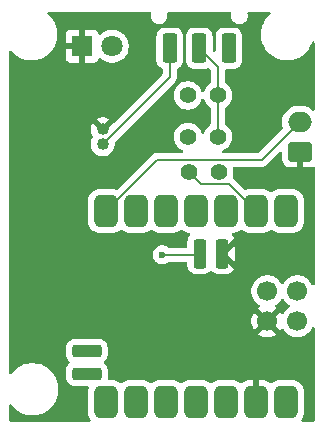
<source format=gtl>
G04 #@! TF.GenerationSoftware,KiCad,Pcbnew,9.0.2*
G04 #@! TF.CreationDate,2025-07-14T22:28:57-04:00*
G04 #@! TF.ProjectId,boitier_arme,626f6974-6965-4725-9f61-726d652e6b69,rev?*
G04 #@! TF.SameCoordinates,Original*
G04 #@! TF.FileFunction,Copper,L1,Top*
G04 #@! TF.FilePolarity,Positive*
%FSLAX46Y46*%
G04 Gerber Fmt 4.6, Leading zero omitted, Abs format (unit mm)*
G04 Created by KiCad (PCBNEW 9.0.2) date 2025-07-14 22:28:57*
%MOMM*%
%LPD*%
G01*
G04 APERTURE LIST*
G04 Aperture macros list*
%AMRoundRect*
0 Rectangle with rounded corners*
0 $1 Rounding radius*
0 $2 $3 $4 $5 $6 $7 $8 $9 X,Y pos of 4 corners*
0 Add a 4 corners polygon primitive as box body*
4,1,4,$2,$3,$4,$5,$6,$7,$8,$9,$2,$3,0*
0 Add four circle primitives for the rounded corners*
1,1,$1+$1,$2,$3*
1,1,$1+$1,$4,$5*
1,1,$1+$1,$6,$7*
1,1,$1+$1,$8,$9*
0 Add four rect primitives between the rounded corners*
20,1,$1+$1,$2,$3,$4,$5,0*
20,1,$1+$1,$4,$5,$6,$7,0*
20,1,$1+$1,$6,$7,$8,$9,0*
20,1,$1+$1,$8,$9,$2,$3,0*%
G04 Aperture macros list end*
G04 #@! TA.AperFunction,ComponentPad*
%ADD10C,1.016000*%
G04 #@! TD*
G04 #@! TA.AperFunction,ComponentPad*
%ADD11C,1.400000*%
G04 #@! TD*
G04 #@! TA.AperFunction,ComponentPad*
%ADD12RoundRect,0.250000X0.750000X-0.600000X0.750000X0.600000X-0.750000X0.600000X-0.750000X-0.600000X0*%
G04 #@! TD*
G04 #@! TA.AperFunction,ComponentPad*
%ADD13O,2.000000X1.700000*%
G04 #@! TD*
G04 #@! TA.AperFunction,ComponentPad*
%ADD14R,1.800000X1.800000*%
G04 #@! TD*
G04 #@! TA.AperFunction,ComponentPad*
%ADD15C,1.800000*%
G04 #@! TD*
G04 #@! TA.AperFunction,SMDPad,CuDef*
%ADD16RoundRect,0.250000X0.375000X1.000000X-0.375000X1.000000X-0.375000X-1.000000X0.375000X-1.000000X0*%
G04 #@! TD*
G04 #@! TA.AperFunction,SMDPad,CuDef*
%ADD17RoundRect,0.500000X-0.500000X0.875000X-0.500000X-0.875000X0.500000X-0.875000X0.500000X0.875000X0*%
G04 #@! TD*
G04 #@! TA.AperFunction,SMDPad,CuDef*
%ADD18RoundRect,0.275000X0.275000X-0.975000X0.275000X0.975000X-0.275000X0.975000X-0.275000X-0.975000X0*%
G04 #@! TD*
G04 #@! TA.AperFunction,SMDPad,CuDef*
%ADD19RoundRect,0.275000X0.975000X0.275000X-0.975000X0.275000X-0.975000X-0.275000X0.975000X-0.275000X0*%
G04 #@! TD*
G04 #@! TA.AperFunction,SMDPad,CuDef*
%ADD20C,1.700000*%
G04 #@! TD*
G04 #@! TA.AperFunction,ViaPad*
%ADD21C,0.600000*%
G04 #@! TD*
G04 #@! TA.AperFunction,Conductor*
%ADD22C,0.200000*%
G04 #@! TD*
G04 APERTURE END LIST*
D10*
G04 #@! TO.P,J2,1,1*
G04 #@! TO.N,Net-(J2-Pad1)*
X142490000Y-84120000D03*
G04 #@! TO.P,J2,2,2*
G04 #@! TO.N,GND*
X142490000Y-82870000D03*
G04 #@! TD*
D11*
G04 #@! TO.P,R5,1*
G04 #@! TO.N,/BAT_level*
X149780000Y-86500000D03*
G04 #@! TO.P,R5,2*
G04 #@! TO.N,GND*
X152320000Y-86500000D03*
G04 #@! TD*
G04 #@! TO.P,R4,1*
G04 #@! TO.N,/BAT+*
X152220000Y-80000000D03*
G04 #@! TO.P,R4,2*
G04 #@! TO.N,/BAT_level*
X149680000Y-80000000D03*
G04 #@! TD*
G04 #@! TO.P,R3,1*
G04 #@! TO.N,/BAT+*
X152220000Y-83500000D03*
G04 #@! TO.P,R3,2*
G04 #@! TO.N,Net-(D2-A)*
X149680000Y-83500000D03*
G04 #@! TD*
D12*
G04 #@! TO.P,J1,1,Pin_1*
G04 #@! TO.N,GND*
X159150000Y-84750000D03*
D13*
G04 #@! TO.P,J1,2,Pin_2*
G04 #@! TO.N,/Push*
X159150000Y-82250000D03*
G04 #@! TD*
D14*
G04 #@! TO.P,D2,1,K*
G04 #@! TO.N,GND*
X140740000Y-75830000D03*
D15*
G04 #@! TO.P,D2,2,A*
G04 #@! TO.N,Net-(D2-A)*
X143280000Y-75830000D03*
G04 #@! TD*
D16*
G04 #@! TO.P,S1,1*
G04 #@! TO.N,unconnected-(S1-Pad1)*
X153150000Y-76010000D03*
G04 #@! TO.P,S1,2*
G04 #@! TO.N,/BAT+*
X150650000Y-76010000D03*
G04 #@! TO.P,S1,3*
G04 #@! TO.N,Net-(J2-Pad1)*
X148150000Y-76010000D03*
G04 #@! TD*
D17*
G04 #@! TO.P,U1,1,P0.02_A0_D0*
G04 #@! TO.N,unconnected-(U1-P0.02_A0_D0-Pad1)*
X158000000Y-89790000D03*
G04 #@! TO.P,U1,2,P0.03_A1_D1*
G04 #@! TO.N,/BAT_level*
X155460000Y-89790000D03*
G04 #@! TO.P,U1,3,P0.28_A2_D2*
G04 #@! TO.N,unconnected-(U1-P0.28_A2_D2-Pad3)*
X152920000Y-89790000D03*
G04 #@! TO.P,U1,4,P0.29_A3_D3*
G04 #@! TO.N,unconnected-(U1-P0.29_A3_D3-Pad4)*
X150380000Y-89790000D03*
G04 #@! TO.P,U1,5,P0.04_A4_D4_SDA*
G04 #@! TO.N,unconnected-(U1-P0.04_A4_D4_SDA-Pad5)*
X147840000Y-89790000D03*
G04 #@! TO.P,U1,6,P0.05_A5_D5_SCL*
G04 #@! TO.N,unconnected-(U1-P0.05_A5_D5_SCL-Pad6)*
X145300000Y-89790000D03*
G04 #@! TO.P,U1,7,P1.11_D6_TX*
G04 #@! TO.N,/Push*
X142760000Y-89790000D03*
G04 #@! TO.P,U1,8,P1.12_D7_RX*
G04 #@! TO.N,unconnected-(U1-P1.12_D7_RX-Pad8)*
X142760000Y-105955000D03*
G04 #@! TO.P,U1,9,P1.13_D8_SCK*
G04 #@! TO.N,unconnected-(U1-P1.13_D8_SCK-Pad9)*
X145300000Y-105955000D03*
G04 #@! TO.P,U1,10,P1.14_D9_MISO*
G04 #@! TO.N,unconnected-(U1-P1.14_D9_MISO-Pad10)*
X147840000Y-105955000D03*
G04 #@! TO.P,U1,11,P1.15_D10_MOSI*
G04 #@! TO.N,unconnected-(U1-P1.15_D10_MOSI-Pad11)*
X150380000Y-105955000D03*
G04 #@! TO.P,U1,12,3V3*
G04 #@! TO.N,unconnected-(U1-3V3-Pad12)*
X152920000Y-105955000D03*
G04 #@! TO.P,U1,13,GND*
G04 #@! TO.N,GND*
X155460000Y-105955000D03*
G04 #@! TO.P,U1,14,5V*
G04 #@! TO.N,unconnected-(U1-5V-Pad14)*
X158000000Y-105955000D03*
D18*
G04 #@! TO.P,U1,15,BAT*
G04 #@! TO.N,/BAT+*
X150693500Y-93400000D03*
G04 #@! TO.P,U1,16,GND*
G04 #@! TO.N,GND*
X152598500Y-93400000D03*
D19*
G04 #@! TO.P,U1,17,NFC1*
G04 #@! TO.N,unconnected-(U1-NFC1-Pad17)*
X141143100Y-101655000D03*
G04 #@! TO.P,U1,18,NFC2*
G04 #@! TO.N,unconnected-(U1-NFC2-Pad18)*
X141143100Y-103560000D03*
D20*
G04 #@! TO.P,U1,19,PA31_SWDIO*
G04 #@! TO.N,unconnected-(U1-PA31_SWDIO-Pad19)*
X158948500Y-96575000D03*
G04 #@! TO.P,U1,20,PA30_SWCLK*
G04 #@! TO.N,unconnected-(U1-PA30_SWCLK-Pad20)*
X158948500Y-99115000D03*
G04 #@! TO.P,U1,21,RESET*
G04 #@! TO.N,unconnected-(U1-RESET-Pad21)*
X156408500Y-96575000D03*
G04 #@! TO.P,U1,22,GND*
G04 #@! TO.N,GND*
X156408500Y-99115000D03*
G04 #@! TD*
D21*
G04 #@! TO.N,/BAT+*
X147500000Y-93500000D03*
G04 #@! TD*
D22*
G04 #@! TO.N,/Push*
X147095000Y-85455000D02*
X155945000Y-85455000D01*
X142760000Y-89790000D02*
X147095000Y-85455000D01*
X155945000Y-85455000D02*
X159150000Y-82250000D01*
G04 #@! TO.N,/BAT+*
X152220000Y-80000000D02*
X152510000Y-80000000D01*
X152220000Y-77580000D02*
X150650000Y-76010000D01*
X147510000Y-93510000D02*
X147500000Y-93500000D01*
X152220000Y-80000000D02*
X152220000Y-83500000D01*
X150418500Y-93510000D02*
X147510000Y-93510000D01*
X150693500Y-93785000D02*
X150418500Y-93510000D01*
X150650000Y-76730000D02*
X150650000Y-76010000D01*
X152220000Y-80000000D02*
X152220000Y-77580000D01*
G04 #@! TO.N,/BAT_level*
X149780000Y-86500000D02*
X150781000Y-87501000D01*
X150781000Y-87501000D02*
X153171000Y-87501000D01*
X153171000Y-87501000D02*
X155460000Y-89790000D01*
G04 #@! TO.N,Net-(J2-Pad1)*
X148150000Y-78460000D02*
X148150000Y-76010000D01*
X142490000Y-84120000D02*
X148150000Y-78460000D01*
G04 #@! TD*
G04 #@! TA.AperFunction,Conductor*
G04 #@! TO.N,GND*
G36*
X146521241Y-72930185D02*
G01*
X146566996Y-72982989D01*
X146576940Y-73052147D01*
X146575819Y-73058692D01*
X146549500Y-73191004D01*
X146549500Y-73191007D01*
X146549500Y-73328993D01*
X146549500Y-73328995D01*
X146549499Y-73328995D01*
X146576418Y-73464322D01*
X146576421Y-73464332D01*
X146629221Y-73591804D01*
X146629228Y-73591817D01*
X146705885Y-73706541D01*
X146705888Y-73706545D01*
X146803454Y-73804111D01*
X146803458Y-73804114D01*
X146918182Y-73880771D01*
X146918195Y-73880778D01*
X147045667Y-73933578D01*
X147045672Y-73933580D01*
X147045676Y-73933580D01*
X147045677Y-73933581D01*
X147181004Y-73960500D01*
X147181007Y-73960500D01*
X147318995Y-73960500D01*
X147410041Y-73942389D01*
X147454328Y-73933580D01*
X147581811Y-73880775D01*
X147696542Y-73804114D01*
X147794114Y-73706542D01*
X147870775Y-73591811D01*
X147923580Y-73464328D01*
X147932572Y-73419123D01*
X147950500Y-73328995D01*
X147950500Y-73191004D01*
X147924181Y-73058692D01*
X147930408Y-72989100D01*
X147973271Y-72933923D01*
X148039161Y-72910678D01*
X148045798Y-72910500D01*
X153254202Y-72910500D01*
X153321241Y-72930185D01*
X153366996Y-72982989D01*
X153376940Y-73052147D01*
X153375819Y-73058692D01*
X153349500Y-73191004D01*
X153349500Y-73191007D01*
X153349500Y-73328993D01*
X153349500Y-73328995D01*
X153349499Y-73328995D01*
X153376418Y-73464322D01*
X153376421Y-73464332D01*
X153429221Y-73591804D01*
X153429228Y-73591817D01*
X153505885Y-73706541D01*
X153505888Y-73706545D01*
X153603454Y-73804111D01*
X153603458Y-73804114D01*
X153718182Y-73880771D01*
X153718195Y-73880778D01*
X153845667Y-73933578D01*
X153845672Y-73933580D01*
X153845676Y-73933580D01*
X153845677Y-73933581D01*
X153981004Y-73960500D01*
X153981007Y-73960500D01*
X154118995Y-73960500D01*
X154210041Y-73942389D01*
X154254328Y-73933580D01*
X154381811Y-73880775D01*
X154496542Y-73804114D01*
X154594114Y-73706542D01*
X154670775Y-73591811D01*
X154723580Y-73464328D01*
X154732572Y-73419123D01*
X154750500Y-73328995D01*
X154750500Y-73191004D01*
X154724181Y-73058692D01*
X154730408Y-72989100D01*
X154773271Y-72933923D01*
X154839161Y-72910678D01*
X154845798Y-72910500D01*
X156588498Y-72910500D01*
X156655537Y-72930185D01*
X156701292Y-72982989D01*
X156711236Y-73052147D01*
X156682211Y-73115703D01*
X156663985Y-73132876D01*
X156625990Y-73162030D01*
X156422030Y-73365990D01*
X156422024Y-73365997D01*
X156246431Y-73594835D01*
X156246420Y-73594851D01*
X156102199Y-73844647D01*
X156102191Y-73844663D01*
X155991814Y-74111139D01*
X155991810Y-74111152D01*
X155991809Y-74111155D01*
X155934460Y-74325187D01*
X155917152Y-74389780D01*
X155917149Y-74389793D01*
X155879501Y-74675761D01*
X155879500Y-74675778D01*
X155879500Y-74964221D01*
X155879501Y-74964238D01*
X155917149Y-75250206D01*
X155917150Y-75250211D01*
X155917151Y-75250217D01*
X155984275Y-75500726D01*
X155991809Y-75528844D01*
X155991814Y-75528860D01*
X156102191Y-75795336D01*
X156102199Y-75795352D01*
X156229477Y-76015802D01*
X156246424Y-76045155D01*
X156246431Y-76045164D01*
X156422024Y-76274002D01*
X156422030Y-76274009D01*
X156625990Y-76477969D01*
X156625996Y-76477974D01*
X156854844Y-76653575D01*
X156854851Y-76653579D01*
X157104647Y-76797800D01*
X157104663Y-76797808D01*
X157371139Y-76908185D01*
X157371145Y-76908186D01*
X157371155Y-76908191D01*
X157649783Y-76982849D01*
X157935772Y-77020500D01*
X157935779Y-77020500D01*
X158224221Y-77020500D01*
X158224228Y-77020500D01*
X158510217Y-76982849D01*
X158788845Y-76908191D01*
X158788857Y-76908185D01*
X158788860Y-76908185D01*
X159055336Y-76797808D01*
X159055339Y-76797806D01*
X159055345Y-76797804D01*
X159305156Y-76653575D01*
X159534004Y-76477974D01*
X159737974Y-76274004D01*
X159913575Y-76045156D01*
X160057804Y-75795345D01*
X160115396Y-75656306D01*
X160168185Y-75528860D01*
X160168185Y-75528857D01*
X160168191Y-75528845D01*
X160175725Y-75500724D01*
X160212090Y-75441065D01*
X160274937Y-75410536D01*
X160344312Y-75418831D01*
X160398190Y-75463316D01*
X160419465Y-75529868D01*
X160419500Y-75532819D01*
X160419500Y-81160242D01*
X160399815Y-81227281D01*
X160347011Y-81273036D01*
X160277853Y-81282980D01*
X160214297Y-81253955D01*
X160207819Y-81247923D01*
X160179786Y-81219890D01*
X160007820Y-81094951D01*
X159818414Y-80998444D01*
X159818413Y-80998443D01*
X159818412Y-80998443D01*
X159616243Y-80932754D01*
X159616241Y-80932753D01*
X159616240Y-80932753D01*
X159454957Y-80907208D01*
X159406287Y-80899500D01*
X158893713Y-80899500D01*
X158845042Y-80907208D01*
X158683760Y-80932753D01*
X158481585Y-80998444D01*
X158292179Y-81094951D01*
X158120213Y-81219890D01*
X157969890Y-81370213D01*
X157844951Y-81542179D01*
X157748444Y-81731585D01*
X157682753Y-81933760D01*
X157649500Y-82143713D01*
X157649500Y-82356286D01*
X157682753Y-82566240D01*
X157733277Y-82721737D01*
X157735272Y-82791578D01*
X157703027Y-82847736D01*
X155732584Y-84818181D01*
X155671261Y-84851666D01*
X155644903Y-84854500D01*
X152719081Y-84854500D01*
X152652042Y-84834815D01*
X152606287Y-84782011D01*
X152596343Y-84712853D01*
X152625368Y-84649297D01*
X152676694Y-84615266D01*
X152676339Y-84614408D01*
X152680736Y-84612586D01*
X152680762Y-84612569D01*
X152680832Y-84612547D01*
X152849199Y-84526760D01*
X153002073Y-84415690D01*
X153135690Y-84282073D01*
X153246760Y-84129199D01*
X153332547Y-83960832D01*
X153390940Y-83781118D01*
X153395184Y-83754323D01*
X153420500Y-83594486D01*
X153420500Y-83405513D01*
X153390940Y-83218881D01*
X153332545Y-83039163D01*
X153246759Y-82870800D01*
X153230002Y-82847736D01*
X153135690Y-82717927D01*
X153002073Y-82584310D01*
X152908667Y-82516446D01*
X152871614Y-82489525D01*
X152828948Y-82434194D01*
X152820500Y-82389207D01*
X152820500Y-81110791D01*
X152840185Y-81043752D01*
X152871612Y-81010475D01*
X153002073Y-80915690D01*
X153135690Y-80782073D01*
X153246760Y-80629199D01*
X153332547Y-80460832D01*
X153390940Y-80281118D01*
X153395184Y-80254323D01*
X153420500Y-80094486D01*
X153420500Y-79905513D01*
X153390940Y-79718881D01*
X153332545Y-79539163D01*
X153246759Y-79370800D01*
X153135690Y-79217927D01*
X153002073Y-79084310D01*
X152957649Y-79052034D01*
X152871614Y-78989525D01*
X152828948Y-78934194D01*
X152820500Y-78889207D01*
X152820500Y-77884499D01*
X152840185Y-77817460D01*
X152892989Y-77771705D01*
X152944500Y-77760499D01*
X153575002Y-77760499D01*
X153575008Y-77760499D01*
X153677797Y-77749999D01*
X153844334Y-77694814D01*
X153993656Y-77602712D01*
X154117712Y-77478656D01*
X154209814Y-77329334D01*
X154264999Y-77162797D01*
X154275500Y-77060009D01*
X154275499Y-74959992D01*
X154264999Y-74857203D01*
X154209814Y-74690666D01*
X154117712Y-74541344D01*
X153993656Y-74417288D01*
X153844334Y-74325186D01*
X153677797Y-74270001D01*
X153677795Y-74270000D01*
X153575010Y-74259500D01*
X152724998Y-74259500D01*
X152724980Y-74259501D01*
X152622203Y-74270000D01*
X152622200Y-74270001D01*
X152455668Y-74325185D01*
X152455663Y-74325187D01*
X152306342Y-74417289D01*
X152182289Y-74541342D01*
X152090187Y-74690663D01*
X152090185Y-74690668D01*
X152066630Y-74761752D01*
X152035001Y-74857203D01*
X152035001Y-74857204D01*
X152035000Y-74857204D01*
X152024500Y-74959983D01*
X152024500Y-76235903D01*
X152018261Y-76257148D01*
X152016682Y-76279237D01*
X152008609Y-76290020D01*
X152004815Y-76302942D01*
X151988081Y-76317441D01*
X151974810Y-76335170D01*
X151962189Y-76339877D01*
X151952011Y-76348697D01*
X151930093Y-76351848D01*
X151909346Y-76359587D01*
X151896185Y-76356724D01*
X151882853Y-76358641D01*
X151862709Y-76349441D01*
X151841073Y-76344735D01*
X151823347Y-76331466D01*
X151819297Y-76329616D01*
X151812819Y-76323584D01*
X151811818Y-76322583D01*
X151778333Y-76261260D01*
X151775499Y-76234902D01*
X151775499Y-74959998D01*
X151775498Y-74959981D01*
X151764999Y-74857203D01*
X151764998Y-74857200D01*
X151759569Y-74840816D01*
X151709814Y-74690666D01*
X151617712Y-74541344D01*
X151493656Y-74417288D01*
X151344334Y-74325186D01*
X151177797Y-74270001D01*
X151177795Y-74270000D01*
X151075010Y-74259500D01*
X150224998Y-74259500D01*
X150224980Y-74259501D01*
X150122203Y-74270000D01*
X150122200Y-74270001D01*
X149955668Y-74325185D01*
X149955663Y-74325187D01*
X149806342Y-74417289D01*
X149682289Y-74541342D01*
X149590187Y-74690663D01*
X149590185Y-74690668D01*
X149566630Y-74761752D01*
X149535001Y-74857203D01*
X149535001Y-74857204D01*
X149535000Y-74857204D01*
X149524500Y-74959983D01*
X149524500Y-77060001D01*
X149524501Y-77060018D01*
X149535000Y-77162796D01*
X149535001Y-77162799D01*
X149590185Y-77329331D01*
X149590186Y-77329334D01*
X149682288Y-77478656D01*
X149806344Y-77602712D01*
X149955666Y-77694814D01*
X150122203Y-77749999D01*
X150224991Y-77760500D01*
X151075008Y-77760499D01*
X151075016Y-77760498D01*
X151075019Y-77760498D01*
X151131302Y-77754748D01*
X151177797Y-77749999D01*
X151344334Y-77694814D01*
X151345814Y-77693901D01*
X151348245Y-77692402D01*
X151376782Y-77684593D01*
X151404497Y-77674256D01*
X151410102Y-77675475D01*
X151415637Y-77673961D01*
X151443864Y-77682819D01*
X151472770Y-77689108D01*
X151479173Y-77693901D01*
X151482301Y-77694883D01*
X151501024Y-77710259D01*
X151583181Y-77792416D01*
X151616666Y-77853739D01*
X151619500Y-77880097D01*
X151619500Y-78889207D01*
X151599815Y-78956246D01*
X151568386Y-78989525D01*
X151437925Y-79084311D01*
X151304312Y-79217924D01*
X151304312Y-79217925D01*
X151304310Y-79217927D01*
X151256610Y-79283579D01*
X151193240Y-79370800D01*
X151107454Y-79539163D01*
X151067931Y-79660803D01*
X151028493Y-79718478D01*
X150964134Y-79745676D01*
X150895288Y-79733761D01*
X150843812Y-79686516D01*
X150832069Y-79660803D01*
X150792545Y-79539163D01*
X150706759Y-79370800D01*
X150595690Y-79217927D01*
X150462073Y-79084310D01*
X150309199Y-78973240D01*
X150280500Y-78958617D01*
X150140836Y-78887454D01*
X149961118Y-78829059D01*
X149774486Y-78799500D01*
X149774481Y-78799500D01*
X149585519Y-78799500D01*
X149585514Y-78799500D01*
X149398881Y-78829059D01*
X149219163Y-78887454D01*
X149050800Y-78973240D01*
X148963579Y-79036610D01*
X148897927Y-79084310D01*
X148897925Y-79084312D01*
X148897924Y-79084312D01*
X148764312Y-79217924D01*
X148764312Y-79217925D01*
X148764310Y-79217927D01*
X148716610Y-79283579D01*
X148653240Y-79370800D01*
X148567454Y-79539163D01*
X148509059Y-79718881D01*
X148479500Y-79905513D01*
X148479500Y-80094486D01*
X148509059Y-80281118D01*
X148567454Y-80460836D01*
X148653240Y-80629199D01*
X148764310Y-80782073D01*
X148897927Y-80915690D01*
X149050801Y-81026760D01*
X149084150Y-81043752D01*
X149219163Y-81112545D01*
X149219165Y-81112545D01*
X149219168Y-81112547D01*
X149315497Y-81143846D01*
X149398881Y-81170940D01*
X149585514Y-81200500D01*
X149585519Y-81200500D01*
X149774486Y-81200500D01*
X149961118Y-81170940D01*
X150140832Y-81112547D01*
X150309199Y-81026760D01*
X150462073Y-80915690D01*
X150595690Y-80782073D01*
X150706760Y-80629199D01*
X150792547Y-80460832D01*
X150832069Y-80339195D01*
X150871507Y-80281521D01*
X150935866Y-80254323D01*
X151004712Y-80266238D01*
X151056188Y-80313482D01*
X151067931Y-80339196D01*
X151107454Y-80460836D01*
X151193240Y-80629199D01*
X151304310Y-80782073D01*
X151437927Y-80915690D01*
X151568386Y-81010474D01*
X151611051Y-81065803D01*
X151619500Y-81110791D01*
X151619500Y-82389207D01*
X151599815Y-82456246D01*
X151568386Y-82489525D01*
X151437925Y-82584311D01*
X151304312Y-82717924D01*
X151304312Y-82717925D01*
X151304310Y-82717927D01*
X151301542Y-82721737D01*
X151193240Y-82870800D01*
X151107454Y-83039163D01*
X151067931Y-83160803D01*
X151028493Y-83218478D01*
X150964134Y-83245676D01*
X150895288Y-83233761D01*
X150843812Y-83186516D01*
X150832069Y-83160803D01*
X150792545Y-83039163D01*
X150706759Y-82870800D01*
X150690002Y-82847736D01*
X150595690Y-82717927D01*
X150462073Y-82584310D01*
X150309199Y-82473240D01*
X150280500Y-82458617D01*
X150140836Y-82387454D01*
X149961118Y-82329059D01*
X149774486Y-82299500D01*
X149774481Y-82299500D01*
X149585519Y-82299500D01*
X149585514Y-82299500D01*
X149398881Y-82329059D01*
X149219163Y-82387454D01*
X149050800Y-82473240D01*
X148991333Y-82516446D01*
X148897927Y-82584310D01*
X148897925Y-82584312D01*
X148897924Y-82584312D01*
X148764312Y-82717924D01*
X148764312Y-82717925D01*
X148764310Y-82717927D01*
X148761542Y-82721737D01*
X148653240Y-82870800D01*
X148567454Y-83039163D01*
X148509059Y-83218881D01*
X148479500Y-83405513D01*
X148479500Y-83594486D01*
X148509059Y-83781118D01*
X148567454Y-83960836D01*
X148597942Y-84020671D01*
X148653240Y-84129199D01*
X148764310Y-84282073D01*
X148897927Y-84415690D01*
X149050801Y-84526760D01*
X149219168Y-84612547D01*
X149219237Y-84612569D01*
X149219261Y-84612585D01*
X149223661Y-84614408D01*
X149223278Y-84615332D01*
X149276911Y-84652005D01*
X149304110Y-84716363D01*
X149292197Y-84785209D01*
X149244954Y-84836686D01*
X149180919Y-84854500D01*
X147181670Y-84854500D01*
X147181654Y-84854499D01*
X147174058Y-84854499D01*
X147015943Y-84854499D01*
X146884394Y-84889748D01*
X146863211Y-84895424D01*
X146726287Y-84974477D01*
X146726282Y-84974481D01*
X143752015Y-87948747D01*
X143690692Y-87982232D01*
X143630223Y-87980282D01*
X143553198Y-87958243D01*
X143437418Y-87925114D01*
X143437415Y-87925113D01*
X143437413Y-87925113D01*
X143371102Y-87919217D01*
X143318037Y-87914500D01*
X143318032Y-87914500D01*
X142201971Y-87914500D01*
X142201965Y-87914500D01*
X142201964Y-87914501D01*
X142190316Y-87915536D01*
X142082584Y-87925113D01*
X141886954Y-87981089D01*
X141830051Y-88010813D01*
X141706593Y-88075302D01*
X141706591Y-88075303D01*
X141706590Y-88075304D01*
X141548890Y-88203890D01*
X141420304Y-88361590D01*
X141326089Y-88541954D01*
X141270114Y-88737583D01*
X141270113Y-88737586D01*
X141259500Y-88856966D01*
X141259500Y-90723028D01*
X141259501Y-90723034D01*
X141270113Y-90842415D01*
X141326089Y-91038045D01*
X141326090Y-91038048D01*
X141326091Y-91038049D01*
X141420302Y-91218407D01*
X141420304Y-91218409D01*
X141548890Y-91376109D01*
X141642803Y-91452684D01*
X141706593Y-91504698D01*
X141886951Y-91598909D01*
X142082582Y-91654886D01*
X142201963Y-91665500D01*
X143318036Y-91665499D01*
X143437418Y-91654886D01*
X143633049Y-91598909D01*
X143813407Y-91504698D01*
X143951640Y-91391983D01*
X144016035Y-91364875D01*
X144084865Y-91376884D01*
X144108357Y-91391981D01*
X144246593Y-91504698D01*
X144426951Y-91598909D01*
X144622582Y-91654886D01*
X144741963Y-91665500D01*
X145858036Y-91665499D01*
X145977418Y-91654886D01*
X146173049Y-91598909D01*
X146353407Y-91504698D01*
X146491640Y-91391983D01*
X146556035Y-91364875D01*
X146624865Y-91376884D01*
X146648357Y-91391981D01*
X146786593Y-91504698D01*
X146966951Y-91598909D01*
X147162582Y-91654886D01*
X147281963Y-91665500D01*
X148398036Y-91665499D01*
X148517418Y-91654886D01*
X148713049Y-91598909D01*
X148893407Y-91504698D01*
X149031640Y-91391983D01*
X149096035Y-91364875D01*
X149164865Y-91376884D01*
X149188357Y-91391981D01*
X149326593Y-91504698D01*
X149506951Y-91598909D01*
X149702582Y-91654886D01*
X149795717Y-91663166D01*
X149860749Y-91688710D01*
X149901648Y-91745358D01*
X149905428Y-91815126D01*
X149872417Y-91874360D01*
X149808352Y-91938425D01*
X149715377Y-92086395D01*
X149657659Y-92251341D01*
X149657657Y-92251351D01*
X149643000Y-92381441D01*
X149643000Y-92785500D01*
X149623315Y-92852539D01*
X149570511Y-92898294D01*
X149519000Y-92909500D01*
X148092783Y-92909500D01*
X148025744Y-92889815D01*
X148014118Y-92881353D01*
X148010289Y-92878210D01*
X147879185Y-92790609D01*
X147879172Y-92790602D01*
X147733501Y-92730264D01*
X147733489Y-92730261D01*
X147578845Y-92699500D01*
X147578842Y-92699500D01*
X147421158Y-92699500D01*
X147421155Y-92699500D01*
X147266510Y-92730261D01*
X147266498Y-92730264D01*
X147120827Y-92790602D01*
X147120814Y-92790609D01*
X146989711Y-92878210D01*
X146989707Y-92878213D01*
X146878213Y-92989707D01*
X146878210Y-92989711D01*
X146790609Y-93120814D01*
X146790602Y-93120827D01*
X146730264Y-93266498D01*
X146730261Y-93266510D01*
X146699500Y-93421153D01*
X146699500Y-93578846D01*
X146730261Y-93733489D01*
X146730264Y-93733501D01*
X146790602Y-93879172D01*
X146790609Y-93879185D01*
X146878210Y-94010288D01*
X146878213Y-94010292D01*
X146989707Y-94121786D01*
X146989711Y-94121789D01*
X147120814Y-94209390D01*
X147120827Y-94209397D01*
X147266498Y-94269735D01*
X147266503Y-94269737D01*
X147421153Y-94300499D01*
X147421156Y-94300500D01*
X147421158Y-94300500D01*
X147578844Y-94300500D01*
X147578845Y-94300499D01*
X147733497Y-94269737D01*
X147879179Y-94209394D01*
X147918697Y-94182989D01*
X147995909Y-94131398D01*
X148062587Y-94110520D01*
X148064800Y-94110500D01*
X149519000Y-94110500D01*
X149586039Y-94130185D01*
X149631794Y-94182989D01*
X149643000Y-94234500D01*
X149643000Y-94418558D01*
X149657657Y-94548648D01*
X149657659Y-94548657D01*
X149715378Y-94713606D01*
X149808353Y-94861576D01*
X149931924Y-94985147D01*
X150079894Y-95078122D01*
X150244843Y-95135841D01*
X150244849Y-95135841D01*
X150244851Y-95135842D01*
X150286250Y-95140506D01*
X150374942Y-95150499D01*
X150374945Y-95150500D01*
X150374948Y-95150500D01*
X151012055Y-95150500D01*
X151012056Y-95150499D01*
X151142157Y-95135841D01*
X151307106Y-95078122D01*
X151455076Y-94985147D01*
X151558675Y-94881547D01*
X151619994Y-94848065D01*
X151689686Y-94853049D01*
X151734034Y-94881550D01*
X151837237Y-94984753D01*
X151985113Y-95077669D01*
X152149960Y-95135351D01*
X152279969Y-95149999D01*
X152279973Y-95150000D01*
X152917027Y-95150000D01*
X152917030Y-95149999D01*
X153047039Y-95135351D01*
X153211886Y-95077669D01*
X153359762Y-94984753D01*
X153483253Y-94861262D01*
X153483255Y-94861259D01*
X153569286Y-94724338D01*
X152509405Y-93664457D01*
X152475920Y-93603134D01*
X152480904Y-93533442D01*
X152509405Y-93489095D01*
X152598500Y-93400000D01*
X152598499Y-93399999D01*
X152952052Y-93399999D01*
X152952052Y-93400000D01*
X153648499Y-94096448D01*
X153648500Y-94096447D01*
X153648500Y-92703552D01*
X153648499Y-92703551D01*
X152952052Y-93399999D01*
X152598499Y-93399999D01*
X152509404Y-93310904D01*
X152475919Y-93249581D01*
X152480903Y-93179889D01*
X152509404Y-93135542D01*
X153569287Y-92075659D01*
X153483256Y-91938740D01*
X153419586Y-91875070D01*
X153386101Y-91813747D01*
X153391085Y-91744055D01*
X153432957Y-91688122D01*
X153496285Y-91663876D01*
X153597418Y-91654886D01*
X153793049Y-91598909D01*
X153973407Y-91504698D01*
X154111640Y-91391983D01*
X154176035Y-91364875D01*
X154244865Y-91376884D01*
X154268357Y-91391981D01*
X154406593Y-91504698D01*
X154586951Y-91598909D01*
X154782582Y-91654886D01*
X154901963Y-91665500D01*
X156018036Y-91665499D01*
X156137418Y-91654886D01*
X156333049Y-91598909D01*
X156513407Y-91504698D01*
X156651640Y-91391983D01*
X156716035Y-91364875D01*
X156784865Y-91376884D01*
X156808357Y-91391981D01*
X156946593Y-91504698D01*
X157126951Y-91598909D01*
X157322582Y-91654886D01*
X157441963Y-91665500D01*
X158558036Y-91665499D01*
X158677418Y-91654886D01*
X158873049Y-91598909D01*
X159053407Y-91504698D01*
X159211109Y-91376109D01*
X159339698Y-91218407D01*
X159433909Y-91038049D01*
X159489886Y-90842418D01*
X159500500Y-90723037D01*
X159500499Y-88856964D01*
X159489886Y-88737582D01*
X159433909Y-88541951D01*
X159339698Y-88361593D01*
X159270000Y-88276115D01*
X159211109Y-88203890D01*
X159053409Y-88075304D01*
X159053410Y-88075304D01*
X159053407Y-88075302D01*
X158873049Y-87981091D01*
X158873048Y-87981090D01*
X158873045Y-87981089D01*
X158755829Y-87947550D01*
X158677418Y-87925114D01*
X158677415Y-87925113D01*
X158677413Y-87925113D01*
X158611102Y-87919217D01*
X158558037Y-87914500D01*
X158558032Y-87914500D01*
X157441971Y-87914500D01*
X157441965Y-87914500D01*
X157441964Y-87914501D01*
X157430316Y-87915536D01*
X157322584Y-87925113D01*
X157126954Y-87981089D01*
X157070051Y-88010813D01*
X156946593Y-88075302D01*
X156946591Y-88075303D01*
X156946590Y-88075304D01*
X156808361Y-88188015D01*
X156743964Y-88215124D01*
X156675135Y-88203115D01*
X156651639Y-88188015D01*
X156513409Y-88075304D01*
X156513410Y-88075304D01*
X156513407Y-88075302D01*
X156333049Y-87981091D01*
X156333048Y-87981090D01*
X156333045Y-87981089D01*
X156215829Y-87947550D01*
X156137418Y-87925114D01*
X156137415Y-87925113D01*
X156137413Y-87925113D01*
X156071102Y-87919217D01*
X156018037Y-87914500D01*
X156018032Y-87914500D01*
X154901971Y-87914500D01*
X154901965Y-87914500D01*
X154901964Y-87914501D01*
X154890316Y-87915536D01*
X154782584Y-87925113D01*
X154589774Y-87980282D01*
X154519906Y-87979799D01*
X154467982Y-87948747D01*
X153660605Y-87141370D01*
X153651521Y-87132286D01*
X153651520Y-87132284D01*
X153539716Y-87020480D01*
X153508033Y-87002188D01*
X153498104Y-86993130D01*
X153486666Y-86974292D01*
X153471458Y-86958342D01*
X153468888Y-86945009D01*
X153461843Y-86933406D01*
X153462405Y-86911377D01*
X153458234Y-86889735D01*
X153463621Y-86863783D01*
X153463627Y-86863559D01*
X153463685Y-86863472D01*
X153463742Y-86863202D01*
X153490452Y-86780995D01*
X153520000Y-86594447D01*
X153520000Y-86405552D01*
X153490452Y-86218999D01*
X153490068Y-86217817D01*
X153490054Y-86217341D01*
X153489313Y-86214252D01*
X153489961Y-86214096D01*
X153488074Y-86147975D01*
X153524155Y-86088143D01*
X153586857Y-86057316D01*
X153608000Y-86055500D01*
X155858331Y-86055500D01*
X155858347Y-86055501D01*
X155865943Y-86055501D01*
X156024054Y-86055501D01*
X156024057Y-86055501D01*
X156176785Y-86014577D01*
X156226904Y-85985639D01*
X156313716Y-85935520D01*
X156425520Y-85823716D01*
X156425520Y-85823714D01*
X156435728Y-85813507D01*
X156435730Y-85813504D01*
X157438323Y-84810910D01*
X157499642Y-84777428D01*
X157569334Y-84782412D01*
X157625267Y-84824284D01*
X157649684Y-84889748D01*
X157650000Y-84898594D01*
X157650000Y-85399971D01*
X157650001Y-85399987D01*
X157660494Y-85502697D01*
X157715641Y-85669119D01*
X157715643Y-85669124D01*
X157807684Y-85818345D01*
X157931654Y-85942315D01*
X158080875Y-86034356D01*
X158080880Y-86034358D01*
X158247302Y-86089505D01*
X158247309Y-86089506D01*
X158350019Y-86099999D01*
X158899999Y-86099999D01*
X158900000Y-86099998D01*
X158900000Y-85183012D01*
X158957007Y-85215925D01*
X159084174Y-85250000D01*
X159215826Y-85250000D01*
X159342993Y-85215925D01*
X159400000Y-85183012D01*
X159400000Y-86099999D01*
X159949972Y-86099999D01*
X159949986Y-86099998D01*
X160052697Y-86089505D01*
X160219119Y-86034358D01*
X160219126Y-86034355D01*
X160230402Y-86027400D01*
X160297794Y-86008959D01*
X160364458Y-86029881D01*
X160409228Y-86083522D01*
X160419500Y-86132938D01*
X160419500Y-95970771D01*
X160399815Y-96037810D01*
X160347011Y-96083565D01*
X160277853Y-96093509D01*
X160214297Y-96064484D01*
X160185015Y-96027066D01*
X160133897Y-95926742D01*
X160103551Y-95867184D01*
X160095523Y-95856134D01*
X159978609Y-95695213D01*
X159828286Y-95544890D01*
X159656320Y-95419951D01*
X159466914Y-95323444D01*
X159466913Y-95323443D01*
X159466912Y-95323443D01*
X159264743Y-95257754D01*
X159264741Y-95257753D01*
X159264740Y-95257753D01*
X159103457Y-95232208D01*
X159054787Y-95224500D01*
X158842213Y-95224500D01*
X158793542Y-95232208D01*
X158632260Y-95257753D01*
X158430085Y-95323444D01*
X158240679Y-95419951D01*
X158068713Y-95544890D01*
X157918390Y-95695213D01*
X157793449Y-95867182D01*
X157788984Y-95875946D01*
X157741009Y-95926742D01*
X157673188Y-95943536D01*
X157607053Y-95920998D01*
X157568016Y-95875946D01*
X157563550Y-95867182D01*
X157438609Y-95695213D01*
X157288286Y-95544890D01*
X157116320Y-95419951D01*
X156926914Y-95323444D01*
X156926913Y-95323443D01*
X156926912Y-95323443D01*
X156724743Y-95257754D01*
X156724741Y-95257753D01*
X156724740Y-95257753D01*
X156563457Y-95232208D01*
X156514787Y-95224500D01*
X156302213Y-95224500D01*
X156253542Y-95232208D01*
X156092260Y-95257753D01*
X155890085Y-95323444D01*
X155700679Y-95419951D01*
X155528713Y-95544890D01*
X155378390Y-95695213D01*
X155253451Y-95867179D01*
X155156944Y-96056585D01*
X155091253Y-96258760D01*
X155058000Y-96468713D01*
X155058000Y-96681287D01*
X155091254Y-96891243D01*
X155150030Y-97072137D01*
X155156944Y-97093414D01*
X155253451Y-97282820D01*
X155378390Y-97454786D01*
X155528713Y-97605109D01*
X155700679Y-97730048D01*
X155700681Y-97730049D01*
X155700684Y-97730051D01*
X155709993Y-97734794D01*
X155760790Y-97782766D01*
X155777587Y-97850587D01*
X155755052Y-97916722D01*
X155710005Y-97955760D01*
X155700946Y-97960376D01*
X155700940Y-97960380D01*
X155646782Y-97999727D01*
X155646782Y-97999728D01*
X156408500Y-98761446D01*
X156408501Y-98761446D01*
X157170216Y-97999728D01*
X157116047Y-97960373D01*
X157116047Y-97960372D01*
X157107000Y-97955763D01*
X157056206Y-97907788D01*
X157039412Y-97839966D01*
X157061951Y-97773832D01*
X157107008Y-97734793D01*
X157116316Y-97730051D01*
X157195507Y-97672515D01*
X157288286Y-97605109D01*
X157288288Y-97605106D01*
X157288292Y-97605104D01*
X157438604Y-97454792D01*
X157438606Y-97454788D01*
X157438609Y-97454786D01*
X157563548Y-97282820D01*
X157563547Y-97282820D01*
X157563551Y-97282816D01*
X157568014Y-97274054D01*
X157615988Y-97223259D01*
X157683808Y-97206463D01*
X157749944Y-97228999D01*
X157788986Y-97274056D01*
X157793451Y-97282820D01*
X157918390Y-97454786D01*
X158068713Y-97605109D01*
X158240682Y-97730050D01*
X158249446Y-97734516D01*
X158300242Y-97782491D01*
X158317036Y-97850312D01*
X158294498Y-97916447D01*
X158249446Y-97955484D01*
X158240682Y-97959949D01*
X158068713Y-98084890D01*
X157918390Y-98235213D01*
X157793449Y-98407182D01*
X157788702Y-98416499D01*
X157740727Y-98467293D01*
X157672905Y-98484087D01*
X157606771Y-98461548D01*
X157567734Y-98416495D01*
X157563126Y-98407452D01*
X157523770Y-98353282D01*
X157523769Y-98353282D01*
X156762054Y-99114999D01*
X156762054Y-99115001D01*
X157523770Y-99876717D01*
X157523770Y-99876716D01*
X157563122Y-99822555D01*
X157567732Y-99813507D01*
X157615705Y-99762709D01*
X157683525Y-99745912D01*
X157749661Y-99768447D01*
X157788704Y-99813504D01*
X157793449Y-99822817D01*
X157918390Y-99994786D01*
X158068713Y-100145109D01*
X158240679Y-100270048D01*
X158240681Y-100270049D01*
X158240684Y-100270051D01*
X158430088Y-100366557D01*
X158632257Y-100432246D01*
X158842213Y-100465500D01*
X158842214Y-100465500D01*
X159054786Y-100465500D01*
X159054787Y-100465500D01*
X159264743Y-100432246D01*
X159466912Y-100366557D01*
X159656316Y-100270051D01*
X159711072Y-100230269D01*
X159828286Y-100145109D01*
X159828288Y-100145106D01*
X159828292Y-100145104D01*
X159978604Y-99994792D01*
X159978606Y-99994788D01*
X159978609Y-99994786D01*
X160103548Y-99822820D01*
X160103550Y-99822817D01*
X160103551Y-99822816D01*
X160185015Y-99662932D01*
X160232989Y-99612137D01*
X160300810Y-99595342D01*
X160366945Y-99617879D01*
X160410397Y-99672594D01*
X160419500Y-99719228D01*
X160419500Y-107485500D01*
X160399815Y-107552539D01*
X160347011Y-107598294D01*
X160295500Y-107609500D01*
X159416449Y-107609500D01*
X159349410Y-107589815D01*
X159303655Y-107537011D01*
X159293711Y-107467853D01*
X159320347Y-107407139D01*
X159339698Y-107383407D01*
X159433909Y-107203049D01*
X159489886Y-107007418D01*
X159500500Y-106888037D01*
X159500499Y-105021964D01*
X159489886Y-104902582D01*
X159433909Y-104706951D01*
X159339698Y-104526593D01*
X159268914Y-104439783D01*
X159211109Y-104368890D01*
X159057038Y-104243263D01*
X159053407Y-104240302D01*
X158873049Y-104146091D01*
X158873048Y-104146090D01*
X158873045Y-104146089D01*
X158755829Y-104112550D01*
X158677418Y-104090114D01*
X158677415Y-104090113D01*
X158677413Y-104090113D01*
X158611102Y-104084217D01*
X158558037Y-104079500D01*
X158558032Y-104079500D01*
X157441971Y-104079500D01*
X157441965Y-104079500D01*
X157441964Y-104079501D01*
X157436351Y-104080000D01*
X157322584Y-104090113D01*
X157126954Y-104146089D01*
X156946587Y-104240305D01*
X156807963Y-104353338D01*
X156743567Y-104380447D01*
X156674737Y-104368437D01*
X156651242Y-104353338D01*
X156513129Y-104240721D01*
X156332861Y-104146557D01*
X156137328Y-104090609D01*
X156137325Y-104090608D01*
X156018000Y-104080000D01*
X155710000Y-104080000D01*
X155710000Y-105831000D01*
X155690315Y-105898039D01*
X155637511Y-105943794D01*
X155586000Y-105955000D01*
X155334000Y-105955000D01*
X155266961Y-105935315D01*
X155221206Y-105882511D01*
X155210000Y-105831000D01*
X155210000Y-104080000D01*
X154901999Y-104080000D01*
X154782674Y-104090608D01*
X154782671Y-104090609D01*
X154587138Y-104146557D01*
X154406870Y-104240721D01*
X154268757Y-104353338D01*
X154204361Y-104380447D01*
X154135531Y-104368438D01*
X154112035Y-104353338D01*
X153977038Y-104243263D01*
X153973407Y-104240302D01*
X153793049Y-104146091D01*
X153793048Y-104146090D01*
X153793045Y-104146089D01*
X153675829Y-104112550D01*
X153597418Y-104090114D01*
X153597415Y-104090113D01*
X153597413Y-104090113D01*
X153531102Y-104084217D01*
X153478037Y-104079500D01*
X153478032Y-104079500D01*
X152361971Y-104079500D01*
X152361965Y-104079500D01*
X152361964Y-104079501D01*
X152356351Y-104080000D01*
X152242584Y-104090113D01*
X152046954Y-104146089D01*
X152018112Y-104161155D01*
X151866593Y-104240302D01*
X151866591Y-104240303D01*
X151866590Y-104240304D01*
X151728361Y-104353015D01*
X151663964Y-104380124D01*
X151595135Y-104368115D01*
X151571639Y-104353015D01*
X151437038Y-104243263D01*
X151433407Y-104240302D01*
X151253049Y-104146091D01*
X151253048Y-104146090D01*
X151253045Y-104146089D01*
X151135829Y-104112550D01*
X151057418Y-104090114D01*
X151057415Y-104090113D01*
X151057413Y-104090113D01*
X150991102Y-104084217D01*
X150938037Y-104079500D01*
X150938032Y-104079500D01*
X149821971Y-104079500D01*
X149821965Y-104079500D01*
X149821964Y-104079501D01*
X149816351Y-104080000D01*
X149702584Y-104090113D01*
X149506954Y-104146089D01*
X149478112Y-104161155D01*
X149326593Y-104240302D01*
X149326591Y-104240303D01*
X149326590Y-104240304D01*
X149188361Y-104353015D01*
X149123964Y-104380124D01*
X149055135Y-104368115D01*
X149031639Y-104353015D01*
X148897038Y-104243263D01*
X148893407Y-104240302D01*
X148713049Y-104146091D01*
X148713048Y-104146090D01*
X148713045Y-104146089D01*
X148595829Y-104112550D01*
X148517418Y-104090114D01*
X148517415Y-104090113D01*
X148517413Y-104090113D01*
X148451102Y-104084217D01*
X148398037Y-104079500D01*
X148398032Y-104079500D01*
X147281971Y-104079500D01*
X147281965Y-104079500D01*
X147281964Y-104079501D01*
X147276351Y-104080000D01*
X147162584Y-104090113D01*
X146966954Y-104146089D01*
X146938112Y-104161155D01*
X146786593Y-104240302D01*
X146786591Y-104240303D01*
X146786590Y-104240304D01*
X146648361Y-104353015D01*
X146583964Y-104380124D01*
X146515135Y-104368115D01*
X146491639Y-104353015D01*
X146357038Y-104243263D01*
X146353407Y-104240302D01*
X146173049Y-104146091D01*
X146173048Y-104146090D01*
X146173045Y-104146089D01*
X146055829Y-104112550D01*
X145977418Y-104090114D01*
X145977415Y-104090113D01*
X145977413Y-104090113D01*
X145911102Y-104084217D01*
X145858037Y-104079500D01*
X145858032Y-104079500D01*
X144741971Y-104079500D01*
X144741965Y-104079500D01*
X144741964Y-104079501D01*
X144736351Y-104080000D01*
X144622584Y-104090113D01*
X144426954Y-104146089D01*
X144398112Y-104161155D01*
X144246593Y-104240302D01*
X144246591Y-104240303D01*
X144246590Y-104240304D01*
X144108361Y-104353015D01*
X144043964Y-104380124D01*
X143975135Y-104368115D01*
X143951639Y-104353015D01*
X143817038Y-104243263D01*
X143813407Y-104240302D01*
X143633049Y-104146091D01*
X143633048Y-104146090D01*
X143633045Y-104146089D01*
X143515829Y-104112550D01*
X143437418Y-104090114D01*
X143437415Y-104090113D01*
X143437413Y-104090113D01*
X143364631Y-104083642D01*
X143318037Y-104079500D01*
X143318033Y-104079500D01*
X143009715Y-104079500D01*
X142942676Y-104059815D01*
X142896921Y-104007011D01*
X142886495Y-103941617D01*
X142891786Y-103894655D01*
X142893600Y-103878552D01*
X142893600Y-103241448D01*
X142878941Y-103111343D01*
X142821222Y-102946394D01*
X142728247Y-102798424D01*
X142625004Y-102695181D01*
X142591519Y-102633858D01*
X142596503Y-102564166D01*
X142625004Y-102519819D01*
X142728247Y-102416576D01*
X142821222Y-102268606D01*
X142878941Y-102103657D01*
X142893600Y-101973552D01*
X142893600Y-101336448D01*
X142878941Y-101206343D01*
X142821222Y-101041394D01*
X142728247Y-100893424D01*
X142604676Y-100769853D01*
X142456706Y-100676878D01*
X142456705Y-100676877D01*
X142456704Y-100676877D01*
X142291758Y-100619159D01*
X142291748Y-100619157D01*
X142161658Y-100604500D01*
X142161652Y-100604500D01*
X140124548Y-100604500D01*
X140124541Y-100604500D01*
X139994451Y-100619157D01*
X139994441Y-100619159D01*
X139829495Y-100676877D01*
X139681523Y-100769853D01*
X139557953Y-100893423D01*
X139464977Y-101041395D01*
X139407259Y-101206341D01*
X139407257Y-101206351D01*
X139392600Y-101336441D01*
X139392600Y-101973558D01*
X139407257Y-102103648D01*
X139407259Y-102103658D01*
X139464977Y-102268604D01*
X139557953Y-102416576D01*
X139661196Y-102519819D01*
X139694681Y-102581142D01*
X139689697Y-102650834D01*
X139661196Y-102695181D01*
X139557953Y-102798423D01*
X139464977Y-102946395D01*
X139407259Y-103111341D01*
X139407257Y-103111351D01*
X139392600Y-103241441D01*
X139392600Y-103878558D01*
X139407257Y-104008648D01*
X139407259Y-104008658D01*
X139460621Y-104161155D01*
X139464978Y-104173606D01*
X139557953Y-104321576D01*
X139681524Y-104445147D01*
X139829494Y-104538122D01*
X139994443Y-104595841D01*
X139994449Y-104595841D01*
X139994451Y-104595842D01*
X140035850Y-104600506D01*
X140124542Y-104610499D01*
X140124545Y-104610500D01*
X140124548Y-104610500D01*
X141189232Y-104610500D01*
X141256271Y-104630185D01*
X141302026Y-104682989D01*
X141311970Y-104752147D01*
X141308448Y-104768612D01*
X141270113Y-104902586D01*
X141264643Y-104964112D01*
X141260189Y-105014221D01*
X141259500Y-105021966D01*
X141259500Y-106888028D01*
X141259501Y-106888034D01*
X141270113Y-107007415D01*
X141326089Y-107203045D01*
X141326090Y-107203048D01*
X141326091Y-107203049D01*
X141420302Y-107383407D01*
X141420304Y-107383409D01*
X141439653Y-107407139D01*
X141466762Y-107471536D01*
X141454753Y-107540365D01*
X141407437Y-107591776D01*
X141343551Y-107609500D01*
X134654500Y-107609500D01*
X134587461Y-107589815D01*
X134541706Y-107537011D01*
X134530500Y-107485500D01*
X134530500Y-106257243D01*
X134550185Y-106190204D01*
X134602989Y-106144449D01*
X134672147Y-106134505D01*
X134735703Y-106163530D01*
X134752876Y-106181757D01*
X134862024Y-106324002D01*
X134862030Y-106324009D01*
X135065990Y-106527969D01*
X135065996Y-106527974D01*
X135294844Y-106703575D01*
X135294851Y-106703579D01*
X135544647Y-106847800D01*
X135544663Y-106847808D01*
X135811139Y-106958185D01*
X135811145Y-106958186D01*
X135811155Y-106958191D01*
X136089783Y-107032849D01*
X136375772Y-107070500D01*
X136375779Y-107070500D01*
X136664221Y-107070500D01*
X136664228Y-107070500D01*
X136950217Y-107032849D01*
X137228845Y-106958191D01*
X137228857Y-106958185D01*
X137228860Y-106958185D01*
X137495336Y-106847808D01*
X137495339Y-106847806D01*
X137495345Y-106847804D01*
X137745156Y-106703575D01*
X137974004Y-106527974D01*
X138177974Y-106324004D01*
X138353575Y-106095156D01*
X138497804Y-105845345D01*
X138608191Y-105578845D01*
X138682849Y-105300217D01*
X138720500Y-105014228D01*
X138720500Y-104725772D01*
X138682849Y-104439783D01*
X138608191Y-104161155D01*
X138608186Y-104161145D01*
X138608185Y-104161139D01*
X138497808Y-103894663D01*
X138497800Y-103894647D01*
X138353579Y-103644851D01*
X138353575Y-103644844D01*
X138177974Y-103415996D01*
X138177969Y-103415990D01*
X137974009Y-103212030D01*
X137974002Y-103212024D01*
X137745164Y-103036431D01*
X137745162Y-103036429D01*
X137745156Y-103036425D01*
X137745151Y-103036422D01*
X137745148Y-103036420D01*
X137495352Y-102892199D01*
X137495336Y-102892191D01*
X137228860Y-102781814D01*
X137228848Y-102781810D01*
X137228845Y-102781809D01*
X136950217Y-102707151D01*
X136950211Y-102707150D01*
X136950206Y-102707149D01*
X136664238Y-102669501D01*
X136664233Y-102669500D01*
X136664228Y-102669500D01*
X136375772Y-102669500D01*
X136375766Y-102669500D01*
X136375761Y-102669501D01*
X136089793Y-102707149D01*
X136089786Y-102707150D01*
X136089783Y-102707151D01*
X135811155Y-102781809D01*
X135811139Y-102781814D01*
X135544663Y-102892191D01*
X135544647Y-102892199D01*
X135294851Y-103036420D01*
X135294835Y-103036431D01*
X135065997Y-103212024D01*
X135065990Y-103212030D01*
X134862030Y-103415990D01*
X134752876Y-103558243D01*
X134696448Y-103599445D01*
X134626702Y-103603600D01*
X134565781Y-103569388D01*
X134533029Y-103507670D01*
X134530500Y-103482756D01*
X134530500Y-100230269D01*
X155646782Y-100230269D01*
X155646782Y-100230270D01*
X155700949Y-100269624D01*
X155890282Y-100366095D01*
X156092370Y-100431757D01*
X156302254Y-100465000D01*
X156514746Y-100465000D01*
X156724627Y-100431757D01*
X156724630Y-100431757D01*
X156926717Y-100366095D01*
X157116054Y-100269622D01*
X157170216Y-100230270D01*
X157170217Y-100230270D01*
X156408500Y-99468554D01*
X155646782Y-100230269D01*
X134530500Y-100230269D01*
X134530500Y-99008753D01*
X155058500Y-99008753D01*
X155058500Y-99221246D01*
X155091742Y-99431127D01*
X155091742Y-99431130D01*
X155157404Y-99633217D01*
X155253875Y-99822550D01*
X155293228Y-99876716D01*
X156054946Y-99115000D01*
X155293228Y-98353282D01*
X155293227Y-98353282D01*
X155253880Y-98407439D01*
X155157404Y-98596782D01*
X155091742Y-98798869D01*
X155091742Y-98798872D01*
X155058500Y-99008753D01*
X134530500Y-99008753D01*
X134530500Y-84020666D01*
X141481500Y-84020666D01*
X141481500Y-84219333D01*
X141520254Y-84414161D01*
X141520256Y-84414169D01*
X141596277Y-84597701D01*
X141596282Y-84597710D01*
X141706646Y-84762880D01*
X141706649Y-84762884D01*
X141847115Y-84903350D01*
X141847119Y-84903353D01*
X142012289Y-85013717D01*
X142012295Y-85013720D01*
X142012296Y-85013721D01*
X142195831Y-85089744D01*
X142390666Y-85128499D01*
X142390670Y-85128500D01*
X142390671Y-85128500D01*
X142589330Y-85128500D01*
X142589331Y-85128499D01*
X142784169Y-85089744D01*
X142967704Y-85013721D01*
X143132881Y-84903353D01*
X143273353Y-84762881D01*
X143383721Y-84597704D01*
X143459744Y-84414169D01*
X143498500Y-84219329D01*
X143498500Y-84020671D01*
X143498500Y-84014579D01*
X143500755Y-84014579D01*
X143511883Y-83955847D01*
X143534593Y-83924641D01*
X148630520Y-78828716D01*
X148709577Y-78691784D01*
X148750501Y-78539057D01*
X148750501Y-78380942D01*
X148750501Y-78373347D01*
X148750500Y-78373329D01*
X148750500Y-77815448D01*
X148770185Y-77748409D01*
X148822989Y-77702654D01*
X148835488Y-77697744D01*
X148844334Y-77694814D01*
X148993656Y-77602712D01*
X149117712Y-77478656D01*
X149209814Y-77329334D01*
X149264999Y-77162797D01*
X149275500Y-77060009D01*
X149275499Y-74959992D01*
X149264999Y-74857203D01*
X149209814Y-74690666D01*
X149117712Y-74541344D01*
X148993656Y-74417288D01*
X148844334Y-74325186D01*
X148677797Y-74270001D01*
X148677795Y-74270000D01*
X148575010Y-74259500D01*
X147724998Y-74259500D01*
X147724980Y-74259501D01*
X147622203Y-74270000D01*
X147622200Y-74270001D01*
X147455668Y-74325185D01*
X147455663Y-74325187D01*
X147306342Y-74417289D01*
X147182289Y-74541342D01*
X147090187Y-74690663D01*
X147090185Y-74690668D01*
X147066630Y-74761752D01*
X147035001Y-74857203D01*
X147035001Y-74857204D01*
X147035000Y-74857204D01*
X147024500Y-74959983D01*
X147024500Y-77060001D01*
X147024501Y-77060018D01*
X147035000Y-77162796D01*
X147035001Y-77162799D01*
X147090185Y-77329331D01*
X147090186Y-77329334D01*
X147182288Y-77478656D01*
X147306344Y-77602712D01*
X147455666Y-77694814D01*
X147464498Y-77697740D01*
X147521944Y-77737508D01*
X147548771Y-77802022D01*
X147549500Y-77815448D01*
X147549500Y-78159901D01*
X147529815Y-78226940D01*
X147513181Y-78247582D01*
X143442787Y-82317974D01*
X143381464Y-82351459D01*
X143360897Y-82352653D01*
X142754457Y-82959095D01*
X142720297Y-82977747D01*
X142744000Y-82920524D01*
X142744000Y-82819476D01*
X142705331Y-82726121D01*
X142633879Y-82654669D01*
X142540524Y-82616000D01*
X142439476Y-82616000D01*
X142346121Y-82654669D01*
X142274669Y-82726121D01*
X142236000Y-82819476D01*
X142236000Y-82920524D01*
X142261566Y-82982247D01*
X142225542Y-82959095D01*
X141621659Y-82355212D01*
X141621657Y-82355212D01*
X141596722Y-82392530D01*
X141520737Y-82575976D01*
X141520735Y-82575984D01*
X141482000Y-82770716D01*
X141482000Y-82969283D01*
X141520735Y-83164015D01*
X141520737Y-83164023D01*
X141596721Y-83347466D01*
X141648968Y-83425659D01*
X141669846Y-83492337D01*
X141651361Y-83559717D01*
X141648968Y-83563441D01*
X141596278Y-83642296D01*
X141520256Y-83825830D01*
X141520254Y-83825838D01*
X141481500Y-84020666D01*
X134530500Y-84020666D01*
X134530500Y-82001657D01*
X141975212Y-82001657D01*
X141975212Y-82001659D01*
X142490000Y-82516446D01*
X142490001Y-82516446D01*
X143004786Y-82001659D01*
X142967462Y-81976719D01*
X142784023Y-81900737D01*
X142784015Y-81900735D01*
X142589282Y-81862000D01*
X142390718Y-81862000D01*
X142195984Y-81900735D01*
X142195976Y-81900737D01*
X142012530Y-81976722D01*
X141975212Y-82001657D01*
X134530500Y-82001657D01*
X134530500Y-76337566D01*
X134550185Y-76270527D01*
X134602989Y-76224772D01*
X134672147Y-76214828D01*
X134735703Y-76243853D01*
X134752876Y-76262080D01*
X134762024Y-76274002D01*
X134762030Y-76274009D01*
X134965990Y-76477969D01*
X134965996Y-76477974D01*
X135194844Y-76653575D01*
X135194851Y-76653579D01*
X135444647Y-76797800D01*
X135444663Y-76797808D01*
X135711139Y-76908185D01*
X135711145Y-76908186D01*
X135711155Y-76908191D01*
X135989783Y-76982849D01*
X136275772Y-77020500D01*
X136275779Y-77020500D01*
X136564221Y-77020500D01*
X136564228Y-77020500D01*
X136850217Y-76982849D01*
X137128845Y-76908191D01*
X137128857Y-76908185D01*
X137128860Y-76908185D01*
X137395336Y-76797808D01*
X137395339Y-76797806D01*
X137395345Y-76797804D01*
X137645156Y-76653575D01*
X137874004Y-76477974D01*
X138077974Y-76274004D01*
X138253575Y-76045156D01*
X138397804Y-75795345D01*
X138455396Y-75656306D01*
X138508185Y-75528860D01*
X138508185Y-75528857D01*
X138508191Y-75528845D01*
X138582849Y-75250217D01*
X138620500Y-74964228D01*
X138620500Y-74882155D01*
X139340000Y-74882155D01*
X139340000Y-75580000D01*
X140364722Y-75580000D01*
X140320667Y-75656306D01*
X140290000Y-75770756D01*
X140290000Y-75889244D01*
X140320667Y-76003694D01*
X140364722Y-76080000D01*
X139340000Y-76080000D01*
X139340000Y-76777844D01*
X139346401Y-76837372D01*
X139346403Y-76837379D01*
X139396645Y-76972086D01*
X139396649Y-76972093D01*
X139482809Y-77087187D01*
X139482812Y-77087190D01*
X139597906Y-77173350D01*
X139597913Y-77173354D01*
X139732620Y-77223596D01*
X139732627Y-77223598D01*
X139792155Y-77229999D01*
X139792172Y-77230000D01*
X140490000Y-77230000D01*
X140490000Y-76205277D01*
X140566306Y-76249333D01*
X140680756Y-76280000D01*
X140799244Y-76280000D01*
X140913694Y-76249333D01*
X140990000Y-76205277D01*
X140990000Y-77230000D01*
X141687828Y-77230000D01*
X141687844Y-77229999D01*
X141747372Y-77223598D01*
X141747379Y-77223596D01*
X141882086Y-77173354D01*
X141882093Y-77173350D01*
X141997187Y-77087190D01*
X141997190Y-77087187D01*
X142083350Y-76972093D01*
X142083354Y-76972086D01*
X142113213Y-76892031D01*
X142155084Y-76836097D01*
X142220548Y-76811680D01*
X142288821Y-76826531D01*
X142317076Y-76847683D01*
X142367636Y-76898243D01*
X142367641Y-76898247D01*
X142523192Y-77011260D01*
X142545978Y-77027815D01*
X142662501Y-77087187D01*
X142742393Y-77127895D01*
X142742396Y-77127896D01*
X142847221Y-77161955D01*
X142952049Y-77196015D01*
X143169778Y-77230500D01*
X143169779Y-77230500D01*
X143390221Y-77230500D01*
X143390222Y-77230500D01*
X143607951Y-77196015D01*
X143817606Y-77127895D01*
X144014022Y-77027815D01*
X144192365Y-76898242D01*
X144348242Y-76742365D01*
X144477815Y-76564022D01*
X144577895Y-76367606D01*
X144646015Y-76157951D01*
X144680500Y-75940222D01*
X144680500Y-75719778D01*
X144646015Y-75502049D01*
X144611955Y-75397221D01*
X144577896Y-75292396D01*
X144577895Y-75292393D01*
X144543237Y-75224375D01*
X144477815Y-75095978D01*
X144382089Y-74964221D01*
X144348247Y-74917641D01*
X144348243Y-74917636D01*
X144192363Y-74761756D01*
X144192358Y-74761752D01*
X144014025Y-74632187D01*
X144014024Y-74632186D01*
X144014022Y-74632185D01*
X143951096Y-74600122D01*
X143817606Y-74532104D01*
X143817603Y-74532103D01*
X143607952Y-74463985D01*
X143499086Y-74446742D01*
X143390222Y-74429500D01*
X143169778Y-74429500D01*
X143097201Y-74440995D01*
X142952047Y-74463985D01*
X142742396Y-74532103D01*
X142742393Y-74532104D01*
X142545974Y-74632187D01*
X142367641Y-74761752D01*
X142367636Y-74761756D01*
X142317075Y-74812317D01*
X142255752Y-74845801D01*
X142186060Y-74840816D01*
X142130127Y-74798945D01*
X142113213Y-74767968D01*
X142083354Y-74687913D01*
X142083350Y-74687906D01*
X141997190Y-74572812D01*
X141997187Y-74572809D01*
X141882093Y-74486649D01*
X141882086Y-74486645D01*
X141747379Y-74436403D01*
X141747372Y-74436401D01*
X141687844Y-74430000D01*
X140990000Y-74430000D01*
X140990000Y-75454722D01*
X140913694Y-75410667D01*
X140799244Y-75380000D01*
X140680756Y-75380000D01*
X140566306Y-75410667D01*
X140490000Y-75454722D01*
X140490000Y-74430000D01*
X139792155Y-74430000D01*
X139732627Y-74436401D01*
X139732620Y-74436403D01*
X139597913Y-74486645D01*
X139597906Y-74486649D01*
X139482812Y-74572809D01*
X139482809Y-74572812D01*
X139396649Y-74687906D01*
X139396645Y-74687913D01*
X139346403Y-74822620D01*
X139346401Y-74822627D01*
X139340000Y-74882155D01*
X138620500Y-74882155D01*
X138620500Y-74675772D01*
X138582849Y-74389783D01*
X138508191Y-74111155D01*
X138508186Y-74111145D01*
X138508185Y-74111139D01*
X138397808Y-73844663D01*
X138397800Y-73844647D01*
X138253579Y-73594851D01*
X138253575Y-73594844D01*
X138153422Y-73464322D01*
X138077975Y-73365997D01*
X138077969Y-73365990D01*
X137874009Y-73162030D01*
X137836015Y-73132876D01*
X137794813Y-73076448D01*
X137790658Y-73006702D01*
X137824871Y-72945781D01*
X137886588Y-72913029D01*
X137911502Y-72910500D01*
X146454202Y-72910500D01*
X146521241Y-72930185D01*
G37*
G04 #@! TD.AperFunction*
G04 #@! TD*
M02*

</source>
